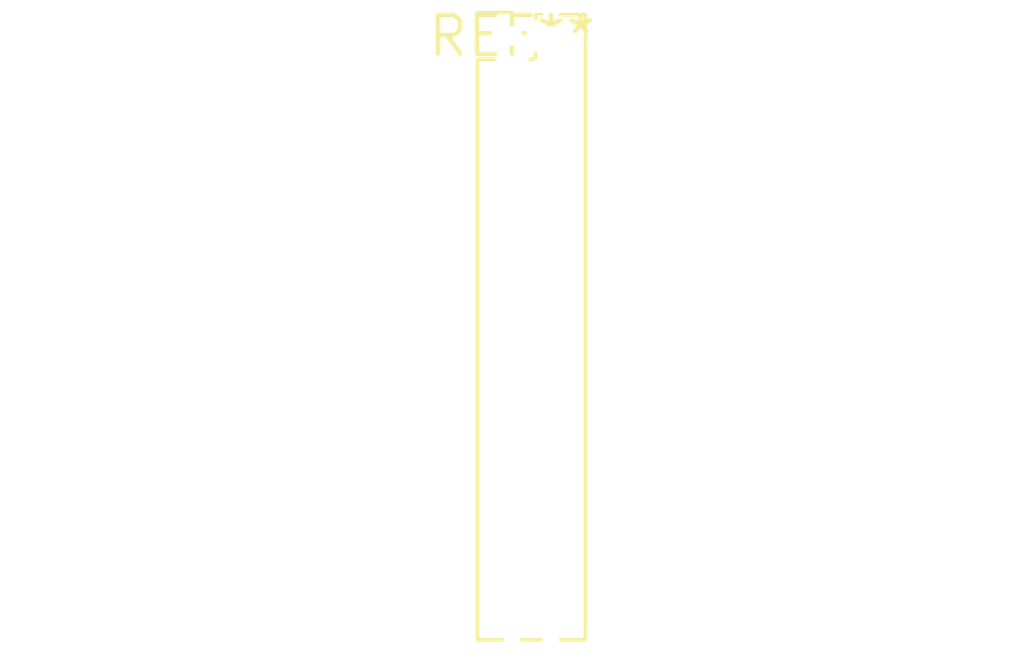
<source format=kicad_pcb>
(kicad_pcb (version 20240108) (generator pcbnew)
  (layers (0 "F.Cu" signal) (31 "B.Cu" signal) (34 "B.Paste" user) (35 "F.Paste" user) (36 "B.SilkS" user "B.Silkscreen") (37 "F.SilkS" user "F.Silkscreen") (38 "B.Mask" user) (39 "F.Mask" user) (44 "Edge.Cuts" user))
  (net 0 "")
  (footprint "PinHeader_2x16_P1.27mm_Vertical" (layer "F.Cu") (at 0 0)
    (property "Reference" "REF**")
    (property "Value" "PinHeader_2x16_P1.27mm_Vertical")
    (fp_line (start -1.13 -0.76) (end 0 -0.76) (layer "F.SilkS") (stroke (width 0.12)))
    (fp_line (start -1.13 0) (end -1.13 -0.76) (layer "F.SilkS") (stroke (width 0.12)))
    (fp_line (start -1.13 0.76) (end -1.13 19.745) (layer "F.SilkS") (stroke (width 0.12)))
    (fp_line (start -1.13 0.76) (end -0.563471 0.76) (layer "F.SilkS") (stroke (width 0.12)))
    (fp_line (start -1.13 19.745) (end -0.30753 19.745) (layer "F.SilkS") (stroke (width 0.12)))
    (fp_line (start 0.30753 19.745) (end 0.96247 19.745) (layer "F.SilkS") (stroke (width 0.12)))
    (fp_line (start 0.563471 0.76) (end 0.706529 0.76) (layer "F.SilkS") (stroke (width 0.12)))
    (fp_line (start 0.76 -0.695) (end 0.96247 -0.695) (layer "F.SilkS") (stroke (width 0.12)))
    (fp_line (start 0.76 -0.563471) (end 0.76 -0.695) (layer "F.SilkS") (stroke (width 0.12)))
    (fp_line (start 0.76 0.706529) (end 0.76 0.563471) (layer "F.SilkS") (stroke (width 0.12)))
    (fp_line (start 1.57753 -0.695) (end 2.4 -0.695) (layer "F.SilkS") (stroke (width 0.12)))
    (fp_line (start 1.57753 19.745) (end 2.4 19.745) (layer "F.SilkS") (stroke (width 0.12)))
    (fp_line (start 2.4 -0.695) (end 2.4 19.745) (layer "F.SilkS") (stroke (width 0.12)))
    (pad "1" thru_hole rect (at 0 0) (size 1 1) (drill 0.65) (layers *.Cu *.Mask) (remove_unused_layers))
    (pad "2" thru_hole oval (at 1.27 0) (size 1 1) (drill 0.65) (layers *.Cu *.Mask) (remove_unused_layers))
    (pad "3" thru_hole oval (at 0 1.27) (size 1 1) (drill 0.65) (layers *.Cu *.Mask) (remove_unused_layers))
    (pad "4" thru_hole oval (at 1.27 1.27) (size 1 1) (drill 0.65) (layers *.Cu *.Mask) (remove_unused_layers))
    (pad "5" thru_hole oval (at 0 2.54) (size 1 1) (drill 0.65) (layers *.Cu *.Mask) (remove_unused_layers))
    (pad "6" thru_hole oval (at 1.27 2.54) (size 1 1) (drill 0.65) (layers *.Cu *.Mask) (remove_unused_layers))
    (pad "7" thru_hole oval (at 0 3.81) (size 1 1) (drill 0.65) (layers *.Cu *.Mask) (remove_unused_layers))
    (pad "8" thru_hole oval (at 1.27 3.81) (size 1 1) (drill 0.65) (layers *.Cu *.Mask) (remove_unused_layers))
    (pad "9" thru_hole oval (at 0 5.08) (size 1 1) (drill 0.65) (layers *.Cu *.Mask) (remove_unused_layers))
    (pad "10" thru_hole oval (at 1.27 5.08) (size 1 1) (drill 0.65) (layers *.Cu *.Mask) (remove_unused_layers))
    (pad "11" thru_hole oval (at 0 6.35) (size 1 1) (drill 0.65) (layers *.Cu *.Mask) (remove_unused_layers))
    (pad "12" thru_hole oval (at 1.27 6.35) (size 1 1) (drill 0.65) (layers *.Cu *.Mask) (remove_unused_layers))
    (pad "13" thru_hole oval (at 0 7.62) (size 1 1) (drill 0.65) (layers *.Cu *.Mask) (remove_unused_layers))
    (pad "14" thru_hole oval (at 1.27 7.62) (size 1 1) (drill 0.65) (layers *.Cu *.Mask) (remove_unused_layers))
    (pad "15" thru_hole oval (at 0 8.89) (size 1 1) (drill 0.65) (layers *.Cu *.Mask) (remove_unused_layers))
    (pad "16" thru_hole oval (at 1.27 8.89) (size 1 1) (drill 0.65) (layers *.Cu *.Mask) (remove_unused_layers))
    (pad "17" thru_hole oval (at 0 10.16) (size 1 1) (drill 0.65) (layers *.Cu *.Mask) (remove_unused_layers))
    (pad "18" thru_hole oval (at 1.27 10.16) (size 1 1) (drill 0.65) (layers *.Cu *.Mask) (remove_unused_layers))
    (pad "19" thru_hole oval (at 0 11.43) (size 1 1) (drill 0.65) (layers *.Cu *.Mask) (remove_unused_layers))
    (pad "20" thru_hole oval (at 1.27 11.43) (size 1 1) (drill 0.65) (layers *.Cu *.Mask) (remove_unused_layers))
    (pad "21" thru_hole oval (at 0 12.7) (size 1 1) (drill 0.65) (layers *.Cu *.Mask) (remove_unused_layers))
    (pad "22" thru_hole oval (at 1.27 12.7) (size 1 1) (drill 0.65) (layers *.Cu *.Mask) (remove_unused_layers))
    (pad "23" thru_hole oval (at 0 13.97) (size 1 1) (drill 0.65) (layers *.Cu *.Mask) (remove_unused_layers))
    (pad "24" thru_hole oval (at 1.27 13.97) (size 1 1) (drill 0.65) (layers *.Cu *.Mask) (remove_unused_layers))
    (pad "25" thru_hole oval (at 0 15.24) (size 1 1) (drill 0.65) (layers *.Cu *.Mask) (remove_unused_layers))
    (pad "26" thru_hole oval (at 1.27 15.24) (size 1 1) (drill 0.65) (layers *.Cu *.Mask) (remove_unused_layers))
    (pad "27" thru_hole oval (at 0 16.51) (size 1 1) (drill 0.65) (layers *.Cu *.Mask) (remove_unused_layers))
    (pad "28" thru_hole oval (at 1.27 16.51) (size 1 1) (drill 0.65) (layers *.Cu *.Mask) (remove_unused_layers))
    (pad "29" thru_hole oval (at 0 17.78) (size 1 1) (drill 0.65) (layers *.Cu *.Mask) (remove_unused_layers))
    (pad "30" thru_hole oval (at 1.27 17.78) (size 1 1) (drill 0.65) (layers *.Cu *.Mask) (remove_unused_layers))
    (pad "31" thru_hole oval (at 0 19.05) (size 1 1) (drill 0.65) (layers *.Cu *.Mask) (remove_unused_layers))
    (pad "32" thru_hole oval (at 1.27 19.05) (size 1 1) (drill 0.65) (layers *.Cu *.Mask) (remove_unused_layers))
  )
)
</source>
